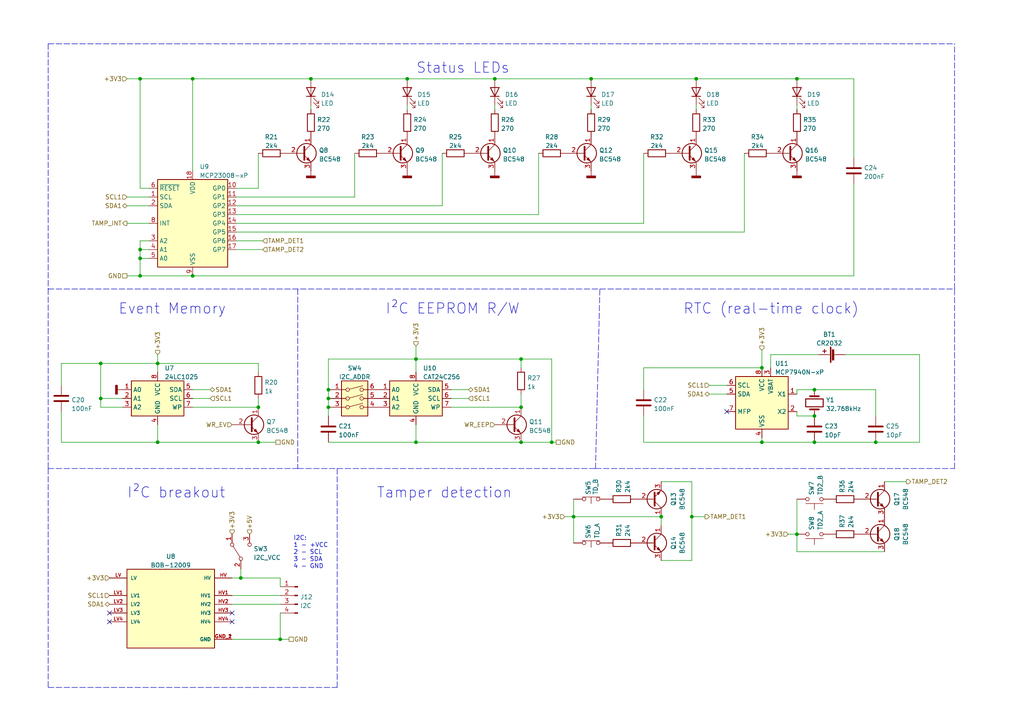
<source format=kicad_sch>
(kicad_sch (version 20211123) (generator eeschema)
  (paper "A4")
  (title_block (title "The Ulysses Board") (date "2022-09-08") (rev "1.3") (company "Dirk Gottschalk") (comment 1 "Status & I2C module") (comment 2 "Schematics") (comment 3 "Draft") (comment 4 "EN") (comment 5 "Tech- dev.") (comment 6 "n/a") (comment 7 "Dirk Gottschalk"))
  (lib_symbols
    (symbol "BOB-12009:BOB-12009" (pin_names (offset 1.016))
      (property "Reference" "U" (at -12.7 11.43 0))
      (property "Value" "BOB-12009" (at -12.7 -15.24 0))
      (symbol "BOB-12009_0_0"
        (rectangle (start -12.7 -12.7) (end 12.7 10.16) (stroke (width 0.254)) (fill (type background)))
        (pin power_in line (at 17.78 -10.16 180) (length 5.08) (name "GND") (number "GND_1"))
        (pin power_in line (at 17.78 -10.16 180) (length 5.08) (name "GND") (number "GND_2"))
        (pin bidirectional line (at 17.78 7.62 180) (length 5.08) (name "HV") (number "HV"))
        (pin bidirectional line (at 17.78 2.54 180) (length 5.08) (name "HV1") (number "HV1"))
        (pin bidirectional line (at 17.78 0 180) (length 5.08) (name "HV2") (number "HV2"))
        (pin bidirectional line (at 17.78 -2.54 180) (length 5.08) (name "HV3") (number "HV3"))
        (pin bidirectional line (at 17.78 -5.08 180) (length 5.08) (name "HV4") (number "HV4"))
        (pin bidirectional line (at -17.78 7.62 0) (length 5.08) (name "LV") (number "LV"))
        (pin bidirectional line (at -17.78 2.54 0) (length 5.08) (name "LV1") (number "LV1"))
        (pin bidirectional line (at -17.78 0 0) (length 5.08) (name "LV2") (number "LV2"))
        (pin bidirectional line (at -17.78 -2.54 0) (length 5.08) (name "LV3") (number "LV3"))
        (pin bidirectional line (at -17.78 -5.08 0) (length 5.08) (name "LV4") (number "LV4"))
      )
    )
    (symbol "Connector:Conn_01x04_Male" (pin_names (offset 1.016) hide)
      (property "Reference" "J" (at 0 5.08 0))
      (property "Value" "Conn_01x04_Male" (at 0 -7.62 0))
      (symbol "Conn_01x04_Male_1_1"
        (polyline (pts (xy 1.27 -5.08) (xy 0.8636 -5.08)) (stroke (width 0.1524)))
        (polyline (pts (xy 1.27 -2.54) (xy 0.8636 -2.54)) (stroke (width 0.1524)))
        (polyline (pts (xy 1.27 0) (xy 0.8636 0)) (stroke (width 0.1524)))
        (polyline (pts (xy 1.27 2.54) (xy 0.8636 2.54)) (stroke (width 0.1524)))
        (rectangle (start 0.8636 -4.953) (end 0 -5.207) (stroke (width 0.1524)) (fill (type outline)))
        (rectangle (start 0.8636 -2.413) (end 0 -2.667) (stroke (width 0.1524)) (fill (type outline)))
        (rectangle (start 0.8636 0.127) (end 0 -0.127) (stroke (width 0.1524)) (fill (type outline)))
        (rectangle (start 0.8636 2.667) (end 0 2.413) (stroke (width 0.1524)) (fill (type outline)))
        (pin passive line (at 5.08 2.54 180) (length 3.81) (name "Pin_1") (number "1"))
        (pin passive line (at 5.08 0 180) (length 3.81) (name "Pin_2") (number "2"))
        (pin passive line (at 5.08 -2.54 180) (length 3.81) (name "Pin_3") (number "3"))
        (pin passive line (at 5.08 -5.08 180) (length 3.81) (name "Pin_4") (number "4"))
      )
    )
    (symbol "Device:Battery_Cell" (pin_numbers hide) (pin_names (offset 0) hide)
      (property "Reference" "BT" (at 2.54 2.54 0))
      (property "Value" "Battery_Cell" (at 2.54 0 0))
      (symbol "Battery_Cell_0_1"
        (rectangle (start -2.286 1.778) (end 2.286 1.524) (fill (type outline)))
        (rectangle (start -1.5748 1.1938) (end 1.4732 0.6858) (fill (type outline)))
        (polyline (pts (xy 0 0.762) (xy 0 0)))
        (polyline (pts (xy 0 1.778) (xy 0 2.54)))
        (polyline (pts (xy 0.508 3.429) (xy 1.524 3.429)) (stroke (width 0.254)))
        (polyline (pts (xy 1.016 3.937) (xy 1.016 2.921)) (stroke (width 0.254)))
      )
      (symbol "Battery_Cell_1_1"
        (pin passive line (at 0 5.08 270) (length 2.54) (name "+") (number "1"))
        (pin passive line (at 0 -2.54 90) (length 2.54) (name "-") (number "2"))
      )
    )
    (symbol "Device:C" (pin_numbers hide) (pin_names (offset 0.254))
      (property "Reference" "C" (at 0.635 2.54 0))
      (property "Value" "C" (at 0.635 -2.54 0))
      (symbol "C_0_1"
        (polyline (pts (xy -2.032 -0.762) (xy 2.032 -0.762)) (stroke (width 0.508)))
        (polyline (pts (xy -2.032 0.762) (xy 2.032 0.762)) (stroke (width 0.508)))
      )
      (symbol "C_1_1"
        (pin passive line (at 0 3.81 270) (length 2.794) (name "~") (number "1"))
        (pin passive line (at 0 -3.81 90) (length 2.794) (name "~") (number "2"))
      )
    )
    (symbol "Device:Crystal" (pin_numbers hide) (pin_names (offset 1.016) hide)
      (property "Reference" "Y" (at 0 3.81 0))
      (property "Value" "Crystal" (at 0 -3.81 0))
      (symbol "Crystal_0_1"
        (rectangle (start -1.143 2.54) (end 1.143 -2.54) (stroke (width 0.3048)))
        (polyline (pts (xy -2.54 0) (xy -1.905 0)))
        (polyline (pts (xy -1.905 -1.27) (xy -1.905 1.27)) (stroke (width 0.508)))
        (polyline (pts (xy 1.905 -1.27) (xy 1.905 1.27)) (stroke (width 0.508)))
        (polyline (pts (xy 2.54 0) (xy 1.905 0)))
      )
      (symbol "Crystal_1_1"
        (pin passive line (at -3.81 0 0) (length 1.27) (name "1") (number "1"))
        (pin passive line (at 3.81 0 180) (length 1.27) (name "2") (number "2"))
      )
    )
    (symbol "Device:LED" (pin_numbers hide) (pin_names (offset 1.016) hide)
      (property "Reference" "D" (at 0 2.54 0))
      (property "Value" "LED" (at 0 -2.54 0))
      (symbol "LED_0_1"
        (polyline (pts (xy -1.27 -1.27) (xy -1.27 1.27)) (stroke (width 0.254)))
        (polyline (pts (xy -1.27 0) (xy 1.27 0)))
        (polyline (pts (xy 1.27 -1.27) (xy 1.27 1.27) (xy -1.27 0) (xy 1.27 -1.27)) (stroke (width 0.254)))
        (polyline (pts (xy -3.048 -0.762) (xy -4.572 -2.286) (xy -3.81 -2.286) (xy -4.572 -2.286) (xy -4.572 -1.524)))
        (polyline (pts (xy -1.778 -0.762) (xy -3.302 -2.286) (xy -2.54 -2.286) (xy -3.302 -2.286) (xy -3.302 -1.524)))
      )
      (symbol "LED_1_1"
        (pin passive line (at -3.81 0 0) (length 2.54) (name "K") (number "1"))
        (pin passive line (at 3.81 0 180) (length 2.54) (name "A") (number "2"))
      )
    )
    (symbol "Device:R" (pin_numbers hide) (pin_names (offset 0))
      (property "Reference" "R" (at 2.032 0 90))
      (property "Value" "R" (at 0 0 90))
      (symbol "R_0_1"
        (rectangle (start -1.016 -2.54) (end 1.016 2.54) (stroke (width 0.254)))
      )
      (symbol "R_1_1"
        (pin passive line (at 0 3.81 270) (length 1.27) (name "~") (number "1"))
        (pin passive line (at 0 -3.81 90) (length 1.27) (name "~") (number "2"))
      )
    )
    (symbol "Interface_Expansion:MCP23008-xP"
      (property "Reference" "U" (at -8.89 13.97 0))
      (property "Value" "MCP23008-xP" (at 8.89 13.97 0))
      (symbol "MCP23008-xP_0_1"
        (rectangle (start -10.16 12.7) (end 10.16 -12.7) (stroke (width 0.254)) (fill (type background)))
      )
      (symbol "MCP23008-xP_1_1"
        (pin input line (at -12.7 7.62 0) (length 2.54) (name "SCL") (number "1"))
        (pin bidirectional line (at 12.7 10.16 180) (length 2.54) (name "GP0") (number "10"))
        (pin bidirectional line (at 12.7 7.62 180) (length 2.54) (name "GP1") (number "11"))
        (pin bidirectional line (at 12.7 5.08 180) (length 2.54) (name "GP2") (number "12"))
        (pin bidirectional line (at 12.7 2.54 180) (length 2.54) (name "GP3") (number "13"))
        (pin bidirectional line (at 12.7 0 180) (length 2.54) (name "GP4") (number "14"))
        (pin bidirectional line (at 12.7 -2.54 180) (length 2.54) (name "GP5") (number "15"))
        (pin bidirectional line (at 12.7 -5.08 180) (length 2.54) (name "GP6") (number "16"))
        (pin bidirectional line (at 12.7 -7.62 180) (length 2.54) (name "GP7") (number "17"))
        (pin power_in line (at 0 15.24 270) (length 2.54) (name "VDD") (number "18"))
        (pin bidirectional line (at -12.7 5.08 0) (length 2.54) (name "SDA") (number "2"))
        (pin input line (at -12.7 -5.08 0) (length 2.54) (name "A2") (number "3"))
        (pin input line (at -12.7 -7.62 0) (length 2.54) (name "A1") (number "4"))
        (pin input line (at -12.7 -10.16 0) (length 2.54) (name "A0") (number "5"))
        (pin input line (at -12.7 10.16 0) (length 2.54) (name "~{RESET}") (number "6"))
        (pin no_connect line (at -10.16 -2.54 0) (length 2.54) hide (name "NC") (number "7"))
        (pin output line (at -12.7 0 0) (length 2.54) (name "INT") (number "8"))
        (pin power_in line (at 0 -15.24 90) (length 2.54) (name "VSS") (number "9"))
      )
    )
    (symbol "Memory_EEPROM:24LC1025"
      (property "Reference" "U" (at -6.35 6.35 0))
      (property "Value" "24LC1025" (at 1.27 6.35 0))
      (symbol "24LC1025_1_1"
        (rectangle (start -7.62 5.08) (end 7.62 -5.08) (stroke (width 0.254)) (fill (type background)))
        (pin input line (at -10.16 2.54 0) (length 2.54) (name "A0") (number "1"))
        (pin input line (at -10.16 0 0) (length 2.54) (name "A1") (number "2"))
        (pin input line (at -10.16 -2.54 0) (length 2.54) (name "A2") (number "3"))
        (pin power_in line (at 0 -7.62 90) (length 2.54) (name "GND") (number "4"))
        (pin bidirectional line (at 10.16 2.54 180) (length 2.54) (name "SDA") (number "5"))
        (pin input line (at 10.16 0 180) (length 2.54) (name "SCL") (number "6"))
        (pin input line (at 10.16 -2.54 180) (length 2.54) (name "WP") (number "7"))
        (pin power_in line (at 0 7.62 270) (length 2.54) (name "VCC") (number "8"))
      )
    )
    (symbol "Memory_EEPROM:CAT24C256"
      (property "Reference" "U" (at -6.35 6.35 0))
      (property "Value" "CAT24C256" (at 1.27 6.35 0))
      (symbol "CAT24C256_1_1"
        (rectangle (start -7.62 5.08) (end 7.62 -5.08) (stroke (width 0.254)) (fill (type background)))
        (pin input line (at -10.16 2.54 0) (length 2.54) (name "A0") (number "1"))
        (pin input line (at -10.16 0 0) (length 2.54) (name "A1") (number "2"))
        (pin input line (at -10.16 -2.54 0) (length 2.54) (name "A2") (number "3"))
        (pin power_in line (at 0 -7.62 90) (length 2.54) (name "GND") (number "4"))
        (pin bidirectional line (at 10.16 2.54 180) (length 2.54) (name "SDA") (number "5"))
        (pin input line (at 10.16 0 180) (length 2.54) (name "SCL") (number "6"))
        (pin input line (at 10.16 -2.54 180) (length 2.54) (name "WP") (number "7"))
        (pin power_in line (at 0 7.62 270) (length 2.54) (name "VCC") (number "8"))
      )
    )
    (symbol "Switch:SW_DIP_x03" (pin_names (offset 0) hide)
      (property "Reference" "SW" (at 0 8.89 0))
      (property "Value" "SW_DIP_x03" (at 0 -3.81 0))
      (symbol "SW_DIP_x03_0_0"
        (circle (center -2.032 0) (radius 0.508))
        (circle (center -2.032 2.54) (radius 0.508))
        (circle (center -2.032 5.08) (radius 0.508))
        (polyline (pts (xy -1.524 0.127) (xy 2.3622 1.1684)))
        (polyline (pts (xy -1.524 2.667) (xy 2.3622 3.7084)))
        (polyline (pts (xy -1.524 5.207) (xy 2.3622 6.2484)))
        (circle (center 2.032 0) (radius 0.508))
        (circle (center 2.032 2.54) (radius 0.508))
        (circle (center 2.032 5.08) (radius 0.508))
      )
      (symbol "SW_DIP_x03_0_1"
        (rectangle (start -3.81 7.62) (end 3.81 -2.54) (stroke (width 0.254)) (fill (type background)))
      )
      (symbol "SW_DIP_x03_1_1"
        (pin passive line (at -7.62 5.08 0) (length 5.08) (name "~") (number "1"))
        (pin passive line (at -7.62 2.54 0) (length 5.08) (name "~") (number "2"))
        (pin passive line (at -7.62 0 0) (length 5.08) (name "~") (number "3"))
        (pin passive line (at 7.62 0 180) (length 5.08) (name "~") (number "4"))
        (pin passive line (at 7.62 2.54 180) (length 5.08) (name "~") (number "5"))
        (pin passive line (at 7.62 5.08 180) (length 5.08) (name "~") (number "6"))
      )
    )
    (symbol "Switch:SW_Push" (pin_numbers hide) (pin_names (offset 1.016) hide)
      (property "Reference" "SW" (at 1.27 2.54 0))
      (property "Value" "SW_Push" (at 0 -1.524 0))
      (symbol "SW_Push_0_1"
        (circle (center -2.032 0) (radius 0.508))
        (polyline (pts (xy 0 1.27) (xy 0 3.048)))
        (polyline (pts (xy 2.54 1.27) (xy -2.54 1.27)))
        (circle (center 2.032 0) (radius 0.508))
        (pin passive line (at -5.08 0 0) (length 2.54) (name "1") (number "1"))
        (pin passive line (at 5.08 0 180) (length 2.54) (name "2") (number "2"))
      )
    )
    (symbol "Switch:SW_Push_Open" (pin_numbers hide) (pin_names (offset 1.016) hide)
      (property "Reference" "SW" (at 0 2.54 0))
      (property "Value" "SW_Push_Open" (at 0 -1.905 0))
      (symbol "SW_Push_Open_0_1"
        (circle (center -2.032 0) (radius 0.508))
        (polyline (pts (xy -2.54 -0.635) (xy 2.54 -0.635)))
        (polyline (pts (xy 0 -0.635) (xy 0 1.27)))
        (circle (center 2.032 0) (radius 0.508))
        (pin passive line (at -5.08 0 0) (length 2.54) (name "A") (number "1"))
      )
      (symbol "SW_Push_Open_1_1"
        (pin passive line (at 5.08 0 180) (length 2.54) (name "B") (number "2"))
      )
    )
    (symbol "Switch:SW_SPDT" (pin_names (offset 0) hide)
      (property "Reference" "SW" (at 0 4.318 0))
      (property "Value" "SW_SPDT" (at 0 -5.08 0))
      (symbol "SW_SPDT_0_0"
        (circle (center -2.032 0) (radius 0.508))
        (circle (center 2.032 -2.54) (radius 0.508))
      )
      (symbol "SW_SPDT_0_1"
        (polyline (pts (xy -1.524 0.254) (xy 1.651 2.286)))
        (circle (center 2.032 2.54) (radius 0.508))
      )
      (symbol "SW_SPDT_1_1"
        (pin passive line (at 5.08 2.54 180) (length 2.54) (name "A") (number "1"))
        (pin passive line (at -5.08 0 0) (length 2.54) (name "B") (number "2"))
        (pin passive line (at 5.08 -2.54 180) (length 2.54) (name "C") (number "3"))
      )
    )
    (symbol "Timer_RTC:MCP7940N-xP"
      (property "Reference" "U" (at -6.35 8.89 0))
      (property "Value" "MCP7940N-xP" (at 11.43 8.89 0))
      (symbol "MCP7940N-xP_0_1"
        (rectangle (start -7.62 7.62) (end 7.62 -7.62) (stroke (width 0.254)) (fill (type background)))
      )
      (symbol "MCP7940N-xP_1_1"
        (pin input line (at 10.16 2.54 180) (length 2.54) (name "X1") (number "1"))
        (pin output line (at 10.16 -2.54 180) (length 2.54) (name "X2") (number "2"))
        (pin power_in line (at 2.54 10.16 270) (length 2.54) (name "VBAT") (number "3"))
        (pin power_in line (at 0 -10.16 90) (length 2.54) (name "VSS") (number "4"))
        (pin bidirectional line (at -10.16 2.54 0) (length 2.54) (name "SDA") (number "5"))
        (pin input line (at -10.16 5.08 0) (length 2.54) (name "SCL") (number "6"))
        (pin open_collector line (at -10.16 -2.54 0) (length 2.54) (name "MFP") (number "7"))
        (pin power_in line (at 0 10.16 270) (length 2.54) (name "VCC") (number "8"))
      )
    )
    (symbol "Transistor_BJT:BC548" (pin_names (offset 0) hide)
      (property "Reference" "Q" (at 5.08 1.905 0))
      (property "Value" "BC548" (at 5.08 0 0))
      (symbol "BC548_0_1"
        (polyline (pts (xy 0 0) (xy 0.635 0)))
        (polyline (pts (xy 0.635 0.635) (xy 2.54 2.54)))
        (polyline (pts (xy 0.635 -0.635) (xy 2.54 -2.54) (xy 2.54 -2.54)))
        (polyline (pts (xy 0.635 1.905) (xy 0.635 -1.905) (xy 0.635 -1.905)) (stroke (width 0.508)))
        (polyline (pts (xy 1.27 -1.778) (xy 1.778 -1.27) (xy 2.286 -2.286) (xy 1.27 -1.778) (xy 1.27 -1.778)) (fill (type outline)))
        (circle (center 1.27 0) (radius 2.8194) (stroke (width 0.254)))
      )
      (symbol "BC548_1_1"
        (pin passive line (at 2.54 5.08 270) (length 2.54) (name "C") (number "1"))
        (pin input line (at -5.08 0 0) (length 5.08) (name "B") (number "2"))
        (pin passive line (at 2.54 -5.08 90) (length 2.54) (name "E") (number "3"))
      )
    )
    (symbol "power:GNDD" (power) (pin_names (offset 0))
      (property "Value" "GNDD" (at 0 -3.175 0))
      (symbol "GNDD_0_1"
        (rectangle (start -1.27 -1.524) (end 1.27 -2.032) (stroke (width 0.254)) (fill (type outline)))
        (polyline (pts (xy 0 0) (xy 0 -1.524)))
      )
      (symbol "GNDD_1_1"
        (pin power_in line (at 0 0 270) (length 0) hide (name "GNDD") (number "1"))
      )
    )
  )
  (junction (at 29.21 105.41))
  (junction (at 55.88 22.86))
  (junction (at 236.22 120.65))
  (junction (at 220.98 128.27))
  (junction (at 151.13 118.11))
  (junction (at 40.64 22.86))
  (junction (at 191.77 149.86))
  (junction (at 90.17 22.86))
  (junction (at 55.88 80.01))
  (junction (at 69.85 167.64))
  (junction (at 231.14 22.86))
  (junction (at 236.22 128.27))
  (junction (at 40.64 72.39))
  (junction (at 120.65 104.14))
  (junction (at 151.13 128.27))
  (junction (at 95.25 118.11))
  (junction (at 118.11 22.86))
  (junction (at 254 128.27))
  (junction (at 143.51 22.86))
  (junction (at 231.14 154.94))
  (junction (at 171.45 22.86))
  (junction (at 95.25 113.03))
  (junction (at 45.72 128.27))
  (junction (at 160.02 128.27))
  (junction (at 29.21 115.57))
  (junction (at 74.93 118.11))
  (junction (at 200.66 149.86))
  (junction (at 236.22 113.03))
  (junction (at 120.65 128.27))
  (junction (at 95.25 115.57))
  (junction (at 166.37 149.86))
  (junction (at 45.72 105.41))
  (junction (at 40.64 74.93))
  (junction (at 201.93 22.86))
  (junction (at 220.98 106.68))
  (junction (at 151.13 104.14))
  (junction (at 81.28 185.42))
  (junction (at 74.93 128.27))
  (junction (at 40.64 80.01))
  (no_connect (at 210.82 119.38))
  (no_connect (at 67.31 180.34))
  (no_connect (at 67.31 177.8))
  (no_connect (at 31.75 177.8))
  (no_connect (at 31.75 180.34))
  (wire (pts (xy 201.93 22.86) (xy 231.14 22.86)))
  (wire (pts (xy 166.37 157.48) (xy 166.37 149.86)))
  (wire (pts (xy 36.83 59.69) (xy 43.18 59.69)))
  (polyline (pts (xy 276.86 83.82) (xy 276.86 12.7)))
  (wire (pts (xy 266.7 102.87) (xy 266.7 128.27)))
  (wire (pts (xy 120.65 123.19) (xy 120.65 128.27)))
  (wire (pts (xy 45.72 123.19) (xy 45.72 128.27)))
  (polyline (pts (xy 13.97 83.82) (xy 13.97 135.89)))
  (wire (pts (xy 247.65 22.86) (xy 231.14 22.86)))
  (wire (pts (xy 200.66 149.86) (xy 200.66 139.7)))
  (wire (pts (xy 231.14 114.3) (xy 231.14 113.03)))
  (polyline (pts (xy 13.97 83.82) (xy 276.86 83.82)))
  (wire (pts (xy 231.14 160.02) (xy 256.54 160.02)))
  (polyline (pts (xy 276.86 135.89) (xy 276.86 83.82)))
  (wire (pts (xy 36.83 64.77) (xy 43.18 64.77)))
  (wire (pts (xy 205.74 114.3) (xy 210.82 114.3)))
  (wire (pts (xy 171.45 22.86) (xy 201.93 22.86)))
  (wire (pts (xy 40.64 74.93) (xy 43.18 74.93)))
  (wire (pts (xy 45.72 128.27) (xy 17.78 128.27)))
  (wire (pts (xy 120.65 104.14) (xy 151.13 104.14)))
  (wire (pts (xy 95.25 115.57) (xy 95.25 113.03)))
  (wire (pts (xy 67.31 175.26) (xy 81.28 175.26)))
  (wire (pts (xy 220.98 101.6) (xy 220.98 106.68)))
  (wire (pts (xy 35.56 118.11) (xy 29.21 118.11)))
  (wire (pts (xy 130.81 113.03) (xy 135.89 113.03)))
  (wire (pts (xy 231.14 30.48) (xy 231.14 31.75)))
  (wire (pts (xy 68.58 62.23) (xy 156.21 62.23)))
  (wire (pts (xy 74.93 128.27) (xy 80.01 128.27)))
  (wire (pts (xy 95.25 113.03) (xy 95.25 104.14)))
  (wire (pts (xy 236.22 128.27) (xy 254 128.27)))
  (polyline (pts (xy 13.97 135.89) (xy 13.97 199.39)))
  (wire (pts (xy 166.37 149.86) (xy 191.77 149.86)))
  (wire (pts (xy 231.14 154.94) (xy 231.14 144.78)))
  (wire (pts (xy 220.98 127) (xy 220.98 128.27)))
  (wire (pts (xy 266.7 128.27) (xy 254 128.27)))
  (polyline (pts (xy 13.97 199.39) (xy 97.79 199.39)))
  (wire (pts (xy 201.93 30.48) (xy 201.93 31.75)))
  (wire (pts (xy 67.31 172.72) (xy 81.28 172.72)))
  (wire (pts (xy 55.88 115.57) (xy 60.96 115.57)))
  (wire (pts (xy 163.83 149.86) (xy 166.37 149.86)))
  (wire (pts (xy 68.58 67.31) (xy 215.9 67.31)))
  (wire (pts (xy 231.14 119.38) (xy 231.14 120.65)))
  (wire (pts (xy 245.11 102.87) (xy 266.7 102.87)))
  (wire (pts (xy 55.88 22.86) (xy 90.17 22.86)))
  (wire (pts (xy 17.78 105.41) (xy 17.78 111.76)))
  (wire (pts (xy 128.27 59.69) (xy 128.27 44.45)))
  (wire (pts (xy 55.88 118.11) (xy 74.93 118.11)))
  (wire (pts (xy 186.69 106.68) (xy 220.98 106.68)))
  (wire (pts (xy 102.87 57.15) (xy 102.87 44.45)))
  (wire (pts (xy 204.47 149.86) (xy 200.66 149.86)))
  (wire (pts (xy 40.64 80.01) (xy 40.64 74.93)))
  (wire (pts (xy 36.83 22.86) (xy 40.64 22.86)))
  (wire (pts (xy 200.66 162.56) (xy 200.66 149.86)))
  (wire (pts (xy 130.81 115.57) (xy 135.89 115.57)))
  (wire (pts (xy 120.65 100.33) (xy 120.65 104.14)))
  (wire (pts (xy 68.58 54.61) (xy 74.93 54.61)))
  (wire (pts (xy 68.58 59.69) (xy 128.27 59.69)))
  (wire (pts (xy 247.65 53.34) (xy 247.65 80.01)))
  (polyline (pts (xy 13.97 12.7) (xy 13.97 83.82)))
  (polyline (pts (xy 13.97 12.7) (xy 276.86 12.7)))
  (wire (pts (xy 151.13 128.27) (xy 160.02 128.27)))
  (wire (pts (xy 120.65 104.14) (xy 120.65 107.95)))
  (wire (pts (xy 171.45 30.48) (xy 171.45 31.75)))
  (wire (pts (xy 81.28 167.64) (xy 69.85 167.64)))
  (wire (pts (xy 151.13 114.3) (xy 151.13 118.11)))
  (polyline (pts (xy 86.36 88.9) (xy 86.36 135.89)))
  (wire (pts (xy 215.9 67.31) (xy 215.9 44.45)))
  (wire (pts (xy 29.21 118.11) (xy 29.21 115.57)))
  (wire (pts (xy 74.93 118.11) (xy 74.93 115.57)))
  (wire (pts (xy 223.52 102.87) (xy 237.49 102.87)))
  (wire (pts (xy 254 120.65) (xy 254 113.03)))
  (wire (pts (xy 231.14 160.02) (xy 231.14 154.94)))
  (wire (pts (xy 95.25 104.14) (xy 120.65 104.14)))
  (wire (pts (xy 55.88 113.03) (xy 60.96 113.03)))
  (wire (pts (xy 45.72 102.87) (xy 45.72 105.41)))
  (wire (pts (xy 143.51 30.48) (xy 143.51 31.75)))
  (wire (pts (xy 55.88 80.01) (xy 40.64 80.01)))
  (wire (pts (xy 68.58 57.15) (xy 102.87 57.15)))
  (wire (pts (xy 40.64 72.39) (xy 43.18 72.39)))
  (wire (pts (xy 45.72 105.41) (xy 45.72 107.95)))
  (wire (pts (xy 90.17 30.48) (xy 90.17 31.75)))
  (wire (pts (xy 223.52 106.68) (xy 223.52 102.87)))
  (wire (pts (xy 200.66 139.7) (xy 191.77 139.7)))
  (wire (pts (xy 81.28 177.8) (xy 81.28 185.42)))
  (polyline (pts (xy 172.72 135.89) (xy 173.99 83.82)))
  (wire (pts (xy 17.78 105.41) (xy 29.21 105.41)))
  (wire (pts (xy 40.64 72.39) (xy 40.64 74.93)))
  (wire (pts (xy 191.77 162.56) (xy 200.66 162.56)))
  (wire (pts (xy 156.21 62.23) (xy 156.21 44.45)))
  (wire (pts (xy 160.02 104.14) (xy 160.02 128.27)))
  (wire (pts (xy 118.11 30.48) (xy 118.11 31.75)))
  (wire (pts (xy 118.11 22.86) (xy 143.51 22.86)))
  (wire (pts (xy 228.6 154.94) (xy 231.14 154.94)))
  (polyline (pts (xy 86.36 135.89) (xy 172.72 135.89)))
  (wire (pts (xy 68.58 72.39) (xy 76.2 72.39)))
  (wire (pts (xy 186.69 113.03) (xy 186.69 106.68)))
  (wire (pts (xy 17.78 119.38) (xy 17.78 128.27)))
  (wire (pts (xy 69.85 167.64) (xy 67.31 167.64)))
  (polyline (pts (xy 97.79 135.89) (xy 97.79 143.51)))
  (polyline (pts (xy 172.72 135.89) (xy 276.86 135.89)))
  (wire (pts (xy 81.28 170.18) (xy 81.28 167.64)))
  (wire (pts (xy 29.21 115.57) (xy 29.21 105.41)))
  (wire (pts (xy 68.58 64.77) (xy 186.69 64.77)))
  (wire (pts (xy 55.88 80.01) (xy 247.65 80.01)))
  (wire (pts (xy 254 113.03) (xy 236.22 113.03)))
  (polyline (pts (xy 86.36 83.82) (xy 86.36 88.9)))
  (wire (pts (xy 90.17 22.86) (xy 118.11 22.86)))
  (wire (pts (xy 166.37 149.86) (xy 166.37 144.78)))
  (wire (pts (xy 29.21 105.41) (xy 45.72 105.41)))
  (wire (pts (xy 231.14 120.65) (xy 236.22 120.65)))
  (wire (pts (xy 74.93 44.45) (xy 74.93 54.61)))
  (wire (pts (xy 81.28 185.42) (xy 83.82 185.42)))
  (wire (pts (xy 55.88 22.86) (xy 55.88 49.53)))
  (wire (pts (xy 95.25 118.11) (xy 95.25 120.65)))
  (wire (pts (xy 247.65 45.72) (xy 247.65 22.86)))
  (wire (pts (xy 220.98 128.27) (xy 236.22 128.27)))
  (polyline (pts (xy 97.79 199.39) (xy 97.79 143.51)))
  (wire (pts (xy 40.64 22.86) (xy 55.88 22.86)))
  (wire (pts (xy 36.83 80.01) (xy 40.64 80.01)))
  (wire (pts (xy 74.93 105.41) (xy 45.72 105.41)))
  (wire (pts (xy 29.21 115.57) (xy 35.56 115.57)))
  (wire (pts (xy 256.54 139.7) (xy 262.89 139.7)))
  (wire (pts (xy 69.85 165.1) (xy 69.85 167.64)))
  (wire (pts (xy 40.64 54.61) (xy 40.64 22.86)))
  (wire (pts (xy 231.14 113.03) (xy 236.22 113.03)))
  (wire (pts (xy 143.51 22.86) (xy 171.45 22.86)))
  (wire (pts (xy 130.81 118.11) (xy 151.13 118.11)))
  (wire (pts (xy 151.13 104.14) (xy 151.13 106.68)))
  (wire (pts (xy 74.93 107.95) (xy 74.93 105.41)))
  (wire (pts (xy 186.69 64.77) (xy 186.69 44.45)))
  (wire (pts (xy 43.18 69.85) (xy 40.64 69.85)))
  (wire (pts (xy 68.58 69.85) (xy 76.2 69.85)))
  (wire (pts (xy 191.77 152.4) (xy 191.77 149.86)))
  (polyline (pts (xy 13.97 135.89) (xy 86.36 135.89)))
  (wire (pts (xy 186.69 128.27) (xy 220.98 128.27)))
  (wire (pts (xy 120.65 128.27) (xy 151.13 128.27)))
  (wire (pts (xy 36.83 57.15) (xy 43.18 57.15)))
  (wire (pts (xy 186.69 120.65) (xy 186.69 128.27)))
  (wire (pts (xy 74.93 128.27) (xy 45.72 128.27)))
  (wire (pts (xy 95.25 118.11) (xy 95.25 115.57)))
  (wire (pts (xy 40.64 69.85) (xy 40.64 72.39)))
  (wire (pts (xy 160.02 128.27) (xy 161.29 128.27)))
  (wire (pts (xy 151.13 104.14) (xy 160.02 104.14)))
  (wire (pts (xy 81.28 185.42) (xy 67.31 185.42)))
  (wire (pts (xy 205.74 111.76) (xy 210.82 111.76)))
  (wire (pts (xy 95.25 128.27) (xy 120.65 128.27)))
  (wire (pts (xy 43.18 54.61) (xy 40.64 54.61)))
  (text "I2C:\n1 - +VCC\n2 - SCL\n3 - SDA\n4 - GND" (at 85.09 165.1 0) (effects (font (size 1.27 1.27)) (justify left bottom)))
  (text "RTC (real-time clock)" (at 198.12 91.44 0) (effects (font (size 3 3)) (justify left bottom)))
  (text "I²C breakout" (at 36.83 144.78 0) (effects (font (size 3 3)) (justify left bottom)))
  (text "Tamper detection" (at 109.22 144.78 0) (effects (font (size 3 3)) (justify left bottom)))
  (text "Event Memory" (at 34.29 91.44 0) (effects (font (size 3 3)) (justify left bottom)))
  (text "Status LEDs" (at 120.65 21.59 0) (effects (font (size 3 3)) (justify left bottom)))
  (text "I²C EEPROM R/W" (at 111.76 91.44 0) (effects (font (size 3 3)) (justify left bottom)))
  (hierarchical_label "+3V3" (shape input) (at 31.75 167.64 180))
  (hierarchical_label "SCL1" (shape input) (at 135.89 115.57 0))
  (hierarchical_label "+3V3" (shape input) (at 67.31 154.94 90))
  (hierarchical_label "TAMP_INT" (shape output) (at 36.83 64.77 180))
  (hierarchical_label "GND" (shape passive) (at 80.01 128.27 0))
  (hierarchical_label "SDA1" (shape bidirectional) (at 135.89 113.03 0))
  (hierarchical_label "GND" (shape passive) (at 161.29 128.27 0))
  (hierarchical_label "SDA1" (shape bidirectional) (at 31.75 175.26 180))
  (hierarchical_label "GND" (shape passive) (at 36.83 80.01 180))
  (hierarchical_label "GND" (shape passive) (at 83.82 185.42 0))
  (hierarchical_label "WR_EV" (shape input) (at 67.31 123.19 180))
  (hierarchical_label "SCL1" (shape input) (at 31.75 172.72 180))
  (hierarchical_label "SCL1" (shape input) (at 60.96 115.57 0))
  (hierarchical_label "+3V3" (shape input) (at 36.83 22.86 180))
  (hierarchical_label "+3V3" (shape input) (at 120.65 100.33 90))
  (hierarchical_label "+3V3" (shape input) (at 163.83 149.86 180))
  (hierarchical_label "SDA1" (shape bidirectional) (at 205.74 114.3 180))
  (hierarchical_label "TAMP_DET1" (shape input) (at 76.2 69.85 0))
  (hierarchical_label "TAMP_DET1" (shape output) (at 204.47 149.86 0))
  (hierarchical_label "SDA1" (shape bidirectional) (at 36.83 59.69 180))
  (hierarchical_label "SCL1" (shape input) (at 205.74 111.76 180))
  (hierarchical_label "+3V3" (shape input) (at 220.98 101.6 90))
  (hierarchical_label "TAMP_DET2" (shape input) (at 76.2 72.39 0))
  (hierarchical_label "SCL1" (shape input) (at 36.83 57.15 180))
  (hierarchical_label "+3V3" (shape input) (at 228.6 154.94 180))
  (hierarchical_label "SDA1" (shape bidirectional) (at 60.96 113.03 0))
  (hierarchical_label "TAMP_DET2" (shape output) (at 262.89 139.7 0))
  (hierarchical_label "+3V3" (shape input) (at 45.72 102.87 90))
  (hierarchical_label "+5V" (shape input) (at 72.39 154.94 90))
  (hierarchical_label "WR_EEP" (shape input) (at 143.51 123.19 180))
  (symbol (lib_id "Device:R") (at 190.5 44.45 90) (unit 1)
    (property "Reference" "R32" (at 190.5 39.7342 90))
    (property "Value" "2k4" (at 190.5 42.2711 90))
    (property "Footprint" "Resistor_THT:R_Axial_DIN0516_L15.5mm_D5.0mm_P7.62mm_Vertical" (effects hide))
  )
  (symbol (lib_id "Transistor_BJT:BC548") (at 254 154.94 0) (unit 1)
    (property "Reference" "Q18" (at 260.1198 154.94 90))
    (property "Value" "BC548" (at 262.6567 154.94 90))
    (property "Footprint" "Package_TO_SOT_THT:TO-92_Inline" (effects hide))
    (property "Datasheet" "https://www.onsemi.com/pub/Collateral/BC550-D.pdf" (effects hide))
  )
  (symbol (lib_id "Transistor_BJT:BC548") (at 228.6 44.45 0) (unit 1)
    (property "Reference" "Q16" (at 233.4514 43.6153 0) (effects (justify left)))
    (property "Value" "BC548" (at 233.4514 46.1522 0) (effects (justify left)))
    (property "Footprint" "Package_TO_SOT_THT:TO-92_Inline" (effects hide))
    (property "Datasheet" "https://www.onsemi.com/pub/Collateral/BC550-D.pdf" (effects hide))
  )
  (symbol (lib_id "Memory_EEPROM:CAT24C256") (at 120.65 115.57 0) (unit 1)
    (property "Reference" "U10" (at 122.6694 106.7902 0) (effects (justify left)))
    (property "Value" "CAT24C256" (at 122.6694 109.3271 0) (effects (justify left)))
    (property "Footprint" "Package_DIP:DIP-8_W7.62mm_Socket_LongPads" (effects hide))
    (property "Datasheet" "https://www.onsemi.cn/PowerSolutions/document/CAT24C256-D.PDF" (effects hide))
  )
  (symbol (lib_id "Device:C") (at 236.22 124.46 0) (unit 1)
    (property "Reference" "C23" (at 239.141 123.6253 0) (effects (justify left)))
    (property "Value" "10pF" (at 239.141 126.1622 0) (effects (justify left)))
    (property "Footprint" "Capacitor_THT:C_Radial_D6.3mm_H5.0mm_P2.50mm" (effects hide))
  )
  (symbol (lib_id "Transistor_BJT:BC548") (at 140.97 44.45 0) (unit 1)
    (property "Reference" "Q10" (at 145.8214 43.6153 0) (effects (justify left)))
    (property "Value" "BC548" (at 145.8214 46.1522 0) (effects (justify left)))
    (property "Footprint" "Package_TO_SOT_THT:TO-92_Inline" (effects hide))
    (property "Datasheet" "https://www.onsemi.com/pub/Collateral/BC550-D.pdf" (effects hide))
  )
  (symbol (lib_id "Switch:SW_Push_Open") (at 171.45 144.78 180) (unit 1)
    (property "Reference" "SW5" (at 170.6153 143.51 90) (effects (justify right)))
    (property "Value" "TD_B" (at 172.72 143.51 90) (effects (justify right)))
    (property "Footprint" "Connector_Wire:SolderWire-1sqmm_1x02_P5.4mm_D1.4mm_OD2.7mm" (effects hide))
  )
  (symbol (lib_id "power:GNDD") (at 35.56 113.03 270) (unit 1)
    (property "Reference" "#PWR01" (effects hide))
    (property "Value" "GNDD" (effects hide))
  )
  (symbol (lib_id "BOB-12009:BOB-12009") (at 49.53 175.26 0) (unit 1)
    (property "Reference" "U8" (at 49.53 161.4002 0))
    (property "Value" "BOB-12009" (at 49.53 163.9371 0))
    (property "Footprint" "BOB-12009:CONV_BOB-12009" (effects hide))
    (property "MANUFACTURER" "SparkFun Electronics" (effects hide))
    (property "STANDARD" "Manufacturer Recommendations" (effects hide))
    (property "PARTREV" "01" (effects hide))
    (property "MAXIMUM_PACKAGE_HEIGHT" "N/A" (effects hide))
  )
  (symbol (lib_id "Device:R") (at 160.02 44.45 90) (unit 1)
    (property "Reference" "R28" (at 160.02 39.7342 90))
    (property "Value" "2k4" (at 160.02 42.2711 90))
    (property "Footprint" "Resistor_THT:R_Axial_DIN0516_L15.5mm_D5.0mm_P7.62mm_Vertical" (effects hide))
  )
  (symbol (lib_id "Transistor_BJT:BC548") (at 254 144.78 0) (unit 1)
    (property "Reference" "Q17" (at 260.1198 144.78 90))
    (property "Value" "BC548" (at 262.6567 144.78 90))
    (property "Footprint" "Package_TO_SOT_THT:TO-92_Inline" (effects hide))
    (property "Datasheet" "https://www.onsemi.com/pub/Collateral/BC550-D.pdf" (effects hide))
  )
  (symbol (lib_id "power:GNDD") (at 201.93 49.53 0) (unit 1)
    (property "Reference" "#PWR06" (effects hide))
    (property "Value" "GNDD" (effects hide))
  )
  (symbol (lib_id "Transistor_BJT:BC548") (at 199.39 44.45 0) (unit 1)
    (property "Reference" "Q15" (at 204.2414 43.6153 0) (effects (justify left)))
    (property "Value" "BC548" (at 204.2414 46.1522 0) (effects (justify left)))
    (property "Footprint" "Package_TO_SOT_THT:TO-92_Inline" (effects hide))
    (property "Datasheet" "https://www.onsemi.com/pub/Collateral/BC550-D.pdf" (effects hide))
  )
  (symbol (lib_id "Switch:SW_SPDT") (at 69.85 160.02 90) (unit 1)
    (property "Reference" "SW3" (at 73.533 159.1853 90) (effects (justify right)))
    (property "Value" "I2C_VCC" (at 73.533 161.7222 90) (effects (justify right)))
    (property "Footprint" "Button_Switch_THT:SW_CuK_OS102011MA1QN1_SPDT_Angled" (effects hide))
  )
  (symbol (lib_id "Device:LED") (at 171.45 26.67 90) (unit 1)
    (property "Reference" "D17" (at 174.371 27.4228 90) (effects (justify right)))
    (property "Value" "LED" (at 174.371 29.9597 90) (effects (justify right)))
    (property "Footprint" "LED_THT:LED_D3.0mm" (effects hide))
  )
  (symbol (lib_id "Transistor_BJT:BC548") (at 189.23 157.48 0) (unit 1)
    (property "Reference" "Q14" (at 195.3498 157.48 90))
    (property "Value" "BC548" (at 197.8867 157.48 90))
    (property "Footprint" "Package_TO_SOT_THT:TO-92_Inline" (effects hide))
    (property "Datasheet" "https://www.onsemi.com/pub/Collateral/BC550-D.pdf" (effects hide))
  )
  (symbol (lib_id "Memory_EEPROM:24LC1025") (at 45.72 115.57 0) (unit 1)
    (property "Reference" "U7" (at 47.7394 106.7902 0) (effects (justify left)))
    (property "Value" "24LC1025" (at 47.7394 109.3271 0) (effects (justify left)))
    (property "Footprint" "Package_DIP:DIP-8_W7.62mm_Socket_LongPads" (effects hide))
    (property "Datasheet" "http://ww1.microchip.com/downloads/en/DeviceDoc/21941B.pdf" (effects hide))
  )
  (symbol (lib_id "Switch:SW_DIP_x03") (at 102.87 118.11 0) (unit 1)
    (property "Reference" "SW4" (at 102.87 106.7902 0))
    (property "Value" "I2C_ADDR" (at 102.87 109.3271 0))
    (property "Footprint" "Button_Switch_THT:SW_DIP_SPSTx03_Slide_9.78x9.8mm_W7.62mm_P2.54mm" (effects hide))
  )
  (symbol (lib_id "power:GNDD") (at 171.45 49.53 0) (unit 1)
    (property "Reference" "#PWR05" (effects hide))
    (property "Value" "GNDD" (effects hide))
  )
  (symbol (lib_id "Device:R") (at 180.34 157.48 90) (unit 1)
    (property "Reference" "R31" (at 179.5053 155.702 0) (effects (justify left)))
    (property "Value" "2k4" (at 182.0422 155.702 0) (effects (justify left)))
    (property "Footprint" "Resistor_THT:R_Axial_DIN0516_L15.5mm_D5.0mm_P7.62mm_Vertical" (effects hide))
  )
  (symbol (lib_id "Device:C") (at 17.78 115.57 0) (unit 1)
    (property "Reference" "C20" (at 20.701 116.0053 0) (effects (justify left)))
    (property "Value" "100nF" (at 20.701 118.5422 0) (effects (justify left)))
    (property "Footprint" "Capacitor_THT:C_Disc_D5.0mm_W2.5mm_P5.00mm" (effects hide))
  )
  (symbol (lib_id "Device:Battery_Cell") (at 242.57 102.87 90) (unit 1)
    (property "Reference" "BT1" (at 240.538 97.0112 90))
    (property "Value" "CR2032" (at 240.538 99.5481 90))
    (property "Footprint" "Battery:Battery_Panasonic_CR2032-VS1N_Vertical_CircularHoles" (effects hide))
  )
  (symbol (lib_id "Device:R") (at 90.17 35.56 0) (unit 1)
    (property "Reference" "R22" (at 91.948 34.7253 0) (effects (justify left)))
    (property "Value" "270" (at 91.948 37.2622 0) (effects (justify left)))
    (property "Footprint" "Resistor_THT:R_Axial_DIN0516_L15.5mm_D5.0mm_P7.62mm_Vertical" (effects hide))
  )
  (symbol (lib_id "Device:LED") (at 118.11 26.67 90) (unit 1)
    (property "Reference" "D15" (at 121.031 27.4228 90) (effects (justify right)))
    (property "Value" "LED" (at 121.031 29.9597 90) (effects (justify right)))
    (property "Footprint" "LED_THT:LED_D3.0mm" (effects hide))
  )
  (symbol (lib_id "Transistor_BJT:BC548") (at 115.57 44.45 0) (unit 1)
    (property "Reference" "Q9" (at 120.4214 43.6153 0) (effects (justify left)))
    (property "Value" "BC548" (at 120.4214 46.1522 0) (effects (justify left)))
    (property "Footprint" "Package_TO_SOT_THT:TO-92_Inline" (effects hide))
    (property "Datasheet" "https://www.onsemi.com/pub/Collateral/BC550-D.pdf" (effects hide))
  )
  (symbol (lib_id "Transistor_BJT:BC548") (at 148.59 123.19 0) (unit 1)
    (property "Reference" "Q11" (at 153.4414 122.3553 0) (effects (justify left)))
    (property "Value" "BC548" (at 153.4414 124.8922 0) (effects (justify left)))
    (property "Footprint" "Package_TO_SOT_THT:TO-92_Inline" (effects hide))
    (property "Datasheet" "https://www.onsemi.com/pub/Collateral/BC550-D.pdf" (effects hide))
  )
  (symbol (lib_id "Device:C") (at 254 124.46 0) (unit 1)
    (property "Reference" "C25" (at 256.921 123.6253 0) (effects (justify left)))
    (property "Value" "10pF" (at 256.921 126.1622 0) (effects (justify left)))
    (property "Footprint" "Capacitor_THT:C_Radial_D6.3mm_H5.0mm_P2.50mm" (effects hide))
  )
  (symbol (lib_id "Device:LED") (at 143.51 26.67 90) (unit 1)
    (property "Reference" "D16" (at 146.431 27.4228 90) (effects (justify right)))
    (property "Value" "LED" (at 146.431 29.9597 90) (effects (justify right)))
    (property "Footprint" "LED_THT:LED_D3.0mm" (effects hide))
  )
  (symbol (lib_id "Transistor_BJT:BC548") (at 72.39 123.19 0) (unit 1)
    (property "Reference" "Q7" (at 77.2414 122.3553 0) (effects (justify left)))
    (property "Value" "BC548" (at 77.2414 124.8922 0) (effects (justify left)))
    (property "Footprint" "Package_TO_SOT_THT:TO-92_Inline" (effects hide))
    (property "Datasheet" "https://www.onsemi.com/pub/Collateral/BC550-D.pdf" (effects hide))
  )
  (symbol (lib_id "Device:R") (at 74.93 111.76 0) (unit 1)
    (property "Reference" "R20" (at 76.708 110.9253 0) (effects (justify left)))
    (property "Value" "1k" (at 76.708 113.4622 0) (effects (justify left)))
    (property "Footprint" "Resistor_THT:R_Axial_DIN0516_L15.5mm_D5.0mm_P7.62mm_Vertical" (effects hide))
  )
  (symbol (lib_id "Device:Crystal") (at 236.22 116.84 270) (unit 1)
    (property "Reference" "Y1" (at 239.5474 116.0053 90) (effects (justify left)))
    (property "Value" "32.768kHz" (at 239.5474 118.5422 90) (effects (justify left)))
    (property "Footprint" "Crystal:Crystal_C26-LF_D2.1mm_L6.5mm_Vertical" (effects hide))
  )
  (symbol (lib_id "Device:LED") (at 201.93 26.67 90) (unit 1)
    (property "Reference" "D18" (at 204.851 27.4228 90) (effects (justify right)))
    (property "Value" "LED" (at 204.851 29.9597 90) (effects (justify right)))
    (property "Footprint" "LED_THT:LED_D3.0mm" (effects hide))
  )
  (symbol (lib_id "Device:R") (at 201.93 35.56 0) (unit 1)
    (property "Reference" "R33" (at 203.708 34.7253 0) (effects (justify left)))
    (property "Value" "270" (at 203.708 37.2622 0) (effects (justify left)))
    (property "Footprint" "Resistor_THT:R_Axial_DIN0516_L15.5mm_D5.0mm_P7.62mm_Vertical" (effects hide))
  )
  (symbol (lib_id "Switch:SW_Push_Open") (at 171.45 157.48 180) (unit 1)
    (property "Reference" "SW6" (at 170.6153 156.21 90) (effects (justify right)))
    (property "Value" "TD_A" (at 173.1522 156.21 90) (effects (justify right)))
    (property "Footprint" "Connector_Wire:SolderWire-1sqmm_1x02_P5.4mm_D1.4mm_OD2.7mm" (effects hide))
  )
  (symbol (lib_id "power:GNDD") (at 143.51 49.53 0) (unit 1)
    (property "Reference" "#PWR04" (effects hide))
    (property "Value" "GNDD" (effects hide))
  )
  (symbol (lib_id "power:GNDD") (at 231.14 49.53 0) (unit 1)
    (property "Reference" "#PWR07" (effects hide))
    (property "Value" "GNDD" (effects hide))
  )
  (symbol (lib_id "Device:R") (at 219.71 44.45 90) (unit 1)
    (property "Reference" "R34" (at 219.71 39.7342 90))
    (property "Value" "2k4" (at 219.71 42.2711 90))
    (property "Footprint" "Resistor_THT:R_Axial_DIN0516_L15.5mm_D5.0mm_P7.62mm_Vertical" (effects hide))
  )
  (symbol (lib_id "Transistor_BJT:BC548") (at 87.63 44.45 0) (unit 1)
    (property "Reference" "Q8" (at 92.4814 43.6153 0) (effects (justify left)))
    (property "Value" "BC548" (at 92.4814 46.1522 0) (effects (justify left)))
    (property "Footprint" "Package_TO_SOT_THT:TO-92_Inline" (effects hide))
    (property "Datasheet" "https://www.onsemi.com/pub/Collateral/BC550-D.pdf" (effects hide))
  )
  (symbol (lib_id "Device:C") (at 95.25 124.46 0) (unit 1)
    (property "Reference" "C21" (at 98.171 123.6253 0) (effects (justify left)))
    (property "Value" "100nF" (at 98.171 126.1622 0) (effects (justify left)))
    (property "Footprint" "Capacitor_THT:C_Disc_D5.0mm_W2.5mm_P5.00mm" (effects hide))
  )
  (symbol (lib_id "Device:C") (at 247.65 49.53 0) (unit 1)
    (property "Reference" "C24" (at 250.571 48.6953 0) (effects (justify left)))
    (property "Value" "200nF" (at 250.571 51.2322 0) (effects (justify left)))
    (property "Footprint" "Capacitor_THT:C_Disc_D5.0mm_W2.5mm_P5.00mm" (effects hide))
  )
  (symbol (lib_id "Device:R") (at 245.11 154.94 90) (unit 1)
    (property "Reference" "R37" (at 244.2753 153.162 0) (effects (justify left)))
    (property "Value" "2k4" (at 246.8122 153.162 0) (effects (justify left)))
    (property "Footprint" "Resistor_THT:R_Axial_DIN0516_L15.5mm_D5.0mm_P7.62mm_Vertical" (effects hide))
  )
  (symbol (lib_id "Switch:SW_Push") (at 236.22 144.78 180) (unit 1)
    (property "Reference" "SW7" (at 235.3853 143.637 90) (effects (justify right)))
    (property "Value" "TD2_B" (at 237.9222 143.637 90) (effects (justify right)))
    (property "Footprint" "Connector_Wire:SolderWire-1sqmm_1x02_P5.4mm_D1.4mm_OD2.7mm" (effects hide))
  )
  (symbol (lib_id "Device:R") (at 78.74 44.45 90) (unit 1)
    (property "Reference" "R21" (at 78.74 39.7342 90))
    (property "Value" "2k4" (at 78.74 42.2711 90))
    (property "Footprint" "Resistor_THT:R_Axial_DIN0516_L15.5mm_D5.0mm_P7.62mm_Vertical" (effects hide))
  )
  (symbol (lib_id "Device:LED") (at 90.17 26.67 90) (unit 1)
    (property "Reference" "D14" (at 93.091 27.4228 90) (effects (justify right)))
    (property "Value" "LED" (at 93.091 29.9597 90) (effects (justify right)))
    (property "Footprint" "LED_THT:LED_D3.0mm" (effects hide))
  )
  (symbol (lib_id "Device:R") (at 143.51 35.56 0) (unit 1)
    (property "Reference" "R26" (at 145.288 34.7253 0) (effects (justify left)))
    (property "Value" "270" (at 145.288 37.2622 0) (effects (justify left)))
    (property "Footprint" "Resistor_THT:R_Axial_DIN0516_L15.5mm_D5.0mm_P7.62mm_Vertical" (effects hide))
  )
  (symbol (lib_id "Transistor_BJT:BC548") (at 168.91 44.45 0) (unit 1)
    (property "Reference" "Q12" (at 173.7614 43.6153 0) (effects (justify left)))
    (property "Value" "BC548" (at 173.7614 46.1522 0) (effects (justify left)))
    (property "Footprint" "Package_TO_SOT_THT:TO-92_Inline" (effects hide))
    (property "Datasheet" "https://www.onsemi.com/pub/Collateral/BC550-D.pdf" (effects hide))
  )
  (symbol (lib_id "Device:LED") (at 231.14 26.67 90) (unit 1)
    (property "Reference" "D19" (at 234.061 27.4228 90) (effects (justify right)))
    (property "Value" "LED" (at 234.061 29.9597 90) (effects (justify right)))
    (property "Footprint" "LED_THT:LED_D3.0mm" (effects hide))
  )
  (symbol (lib_id "Timer_RTC:MCP7940N-xP") (at 220.98 116.84 0) (unit 1)
    (property "Reference" "U11" (at 224.79 105.41 0) (effects (justify left)))
    (property "Value" "MCP7940N-xP" (at 224.79 107.9469 0) (effects (justify left)))
    (property "Footprint" "Package_DIP:DIP-8_W7.62mm_Socket_LongPads" (effects hide))
    (property "Datasheet" "http://ww1.microchip.com/downloads/en/DeviceDoc/20005010F.pdf" (effects hide))
  )
  (symbol (lib_id "power:GNDD") (at 90.17 49.53 0) (unit 1)
    (property "Reference" "#PWR02" (effects hide))
    (property "Value" "GNDD" (effects hide))
  )
  (symbol (lib_id "Transistor_BJT:BC548") (at 189.23 144.78 0) (mirror x) (unit 1)
    (property "Reference" "Q13" (at 195.3498 144.78 90))
    (property "Value" "BC548" (at 197.8867 144.78 90))
    (property "Footprint" "Package_TO_SOT_THT:TO-92_Inline" (effects hide))
    (property "Datasheet" "https://www.onsemi.com/pub/Collateral/BC550-D.pdf" (effects hide))
  )
  (symbol (lib_id "Device:R") (at 171.45 35.56 0) (unit 1)
    (property "Reference" "R29" (at 173.228 34.7253 0) (effects (justify left)))
    (property "Value" "270" (at 173.228 37.2622 0) (effects (justify left)))
    (property "Footprint" "Resistor_THT:R_Axial_DIN0516_L15.5mm_D5.0mm_P7.62mm_Vertical" (effects hide))
  )
  (symbol (lib_id "Interface_Expansion:MCP23008-xP") (at 55.88 64.77 0) (unit 1)
    (property "Reference" "U9" (at 57.8994 48.3702 0) (effects (justify left)))
    (property "Value" "MCP23008-xP" (at 57.8994 50.9071 0) (effects (justify left)))
    (property "Footprint" "Package_DIP:DIP-18_W7.62mm" (effects hide))
    (property "Datasheet" "http://ww1.microchip.com/downloads/en/DeviceDoc/MCP23008-MCP23S08-Data-Sheet-20001919F.pdf" (effects hide))
  )
  (symbol (lib_id "Device:R") (at 132.08 44.45 90) (unit 1)
    (property "Reference" "R25" (at 132.08 39.7342 90))
    (property "Value" "2k4" (at 132.08 42.2711 90))
    (property "Footprint" "Resistor_THT:R_Axial_DIN0516_L15.5mm_D5.0mm_P7.62mm_Vertical" (effects hide))
  )
  (symbol (lib_id "Device:R") (at 151.13 110.49 0) (unit 1)
    (property "Reference" "R27" (at 152.908 109.6553 0) (effects (justify left)))
    (property "Value" "1k" (at 152.908 112.1922 0) (effects (justify left)))
    (property "Footprint" "Resistor_THT:R_Axial_DIN0516_L15.5mm_D5.0mm_P7.62mm_Vertical" (effects hide))
  )
  (symbol (lib_id "Switch:SW_Push") (at 236.22 154.94 180) (unit 1)
    (property "Reference" "SW8" (at 235.3853 153.797 90) (effects (justify right)))
    (property "Value" "TD2_A" (at 237.9222 153.797 90) (effects (justify right)))
    (property "Footprint" "Connector_Wire:SolderWire-1sqmm_1x02_P5.4mm_D1.4mm_OD2.7mm" (effects hide))
  )
  (symbol (lib_id "Device:R") (at 118.11 35.56 0) (unit 1)
    (property "Reference" "R24" (at 119.888 34.7253 0) (effects (justify left)))
    (property "Value" "270" (at 119.888 37.2622 0) (effects (justify left)))
    (property "Footprint" "Resistor_THT:R_Axial_DIN0516_L15.5mm_D5.0mm_P7.62mm_Vertical" (effects hide))
  )
  (symbol (lib_id "Connector:Conn_01x04_Male") (at 86.36 172.72 0) (mirror y) (unit 1)
    (property "Reference" "J12" (at 87.0712 173.1553 0) (effects (justify right)))
    (property "Value" "I2C" (at 87.0712 175.6922 0) (effects (justify right)))
    (property "Footprint" "Connector_PinHeader_2.54mm:PinHeader_1x04_P2.54mm_Vertical" (effects hide))
  )
  (symbol (lib_id "Device:R") (at 180.34 144.78 90) (unit 1)
    (property "Reference" "R30" (at 179.5053 143.002 0) (effects (justify left)))
    (property "Value" "2k4" (at 182.0422 143.002 0) (effects (justify left)))
    (property "Footprint" "Resistor_THT:R_Axial_DIN0516_L15.5mm_D5.0mm_P7.62mm_Vertical" (effects hide))
  )
  (symbol (lib_id "Device:R") (at 231.14 35.56 0) (unit 1)
    (property "Reference" "R35" (at 232.918 34.7253 0) (effects (justify left)))
    (property "Value" "270" (at 232.918 37.2622 0) (effects (justify left)))
    (property "Footprint" "Resistor_THT:R_Axial_DIN0516_L15.5mm_D5.0mm_P7.62mm_Vertical" (effects hide))
  )
  (symbol (lib_id "Device:R") (at 106.68 44.45 90) (unit 1)
    (property "Reference" "R23" (at 106.68 39.7342 90))
    (property "Value" "2k4" (at 106.68 42.2711 90))
    (property "Footprint" "Resistor_THT:R_Axial_DIN0516_L15.5mm_D5.0mm_P7.62mm_Vertical" (effects hide))
  )
  (symbol (lib_id "Device:R") (at 245.11 144.78 90) (unit 1)
    (property "Reference" "R36" (at 244.2753 143.002 0) (effects (justify left)))
    (property "Value" "2k4" (at 246.8122 143.002 0) (effects (justify left)))
    (property "Footprint" "Resistor_THT:R_Axial_DIN0516_L15.5mm_D5.0mm_P7.62mm_Vertical" (effects hide))
  )
  (symbol (lib_id "Device:C") (at 186.69 116.84 0) (unit 1)
    (property "Reference" "C22" (at 189.611 116.0053 0) (effects (justify left)))
    (property "Value" "100nF" (at 189.611 118.5422 0) (effects (justify left)))
    (property "Footprint" "Capacitor_THT:C_Disc_D5.0mm_W2.5mm_P5.00mm" (effects hide))
  )
  (symbol (lib_id "power:GNDD") (at 118.11 49.53 0) (unit 1)
    (property "Reference" "#PWR03" (effects hide))
    (property "Value" "GNDD" (effects hide))
  )
)
</source>
